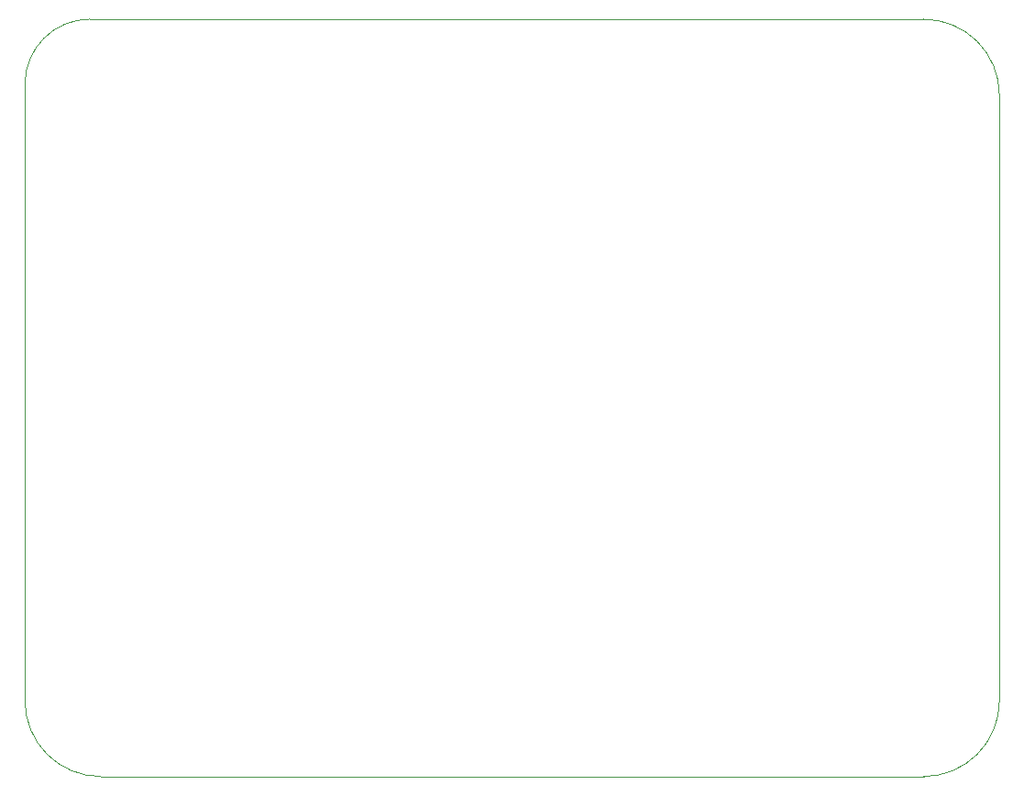
<source format=gbr>
%TF.GenerationSoftware,KiCad,Pcbnew,(7.0.0)*%
%TF.CreationDate,2023-10-26T11:16:44+02:00*%
%TF.ProjectId,Kyttiludzinator,4b797474-696c-4756-947a-696e61746f72,rev?*%
%TF.SameCoordinates,Original*%
%TF.FileFunction,Profile,NP*%
%FSLAX46Y46*%
G04 Gerber Fmt 4.6, Leading zero omitted, Abs format (unit mm)*
G04 Created by KiCad (PCBNEW (7.0.0)) date 2023-10-26 11:16:44*
%MOMM*%
%LPD*%
G01*
G04 APERTURE LIST*
%TA.AperFunction,Profile*%
%ADD10C,0.100000*%
%TD*%
G04 APERTURE END LIST*
D10*
X133000000Y-38000000D02*
G75*
G03*
X127000000Y-44000000I0J-6000000D01*
G01*
X217000000Y-45000000D02*
X217000000Y-101000000D01*
X127000000Y-48000000D02*
X127000000Y-44000000D01*
X210000000Y-108000000D02*
G75*
G03*
X217000000Y-101000000I0J7000000D01*
G01*
X134000000Y-108000000D02*
X210000000Y-108000000D01*
X127000000Y-48000000D02*
X127000000Y-101000000D01*
X127000000Y-101000000D02*
G75*
G03*
X134000000Y-108000000I7000000J0D01*
G01*
X217000000Y-45000000D02*
G75*
G03*
X210000000Y-38000000I-7000000J0D01*
G01*
X203000000Y-38000000D02*
X210000000Y-38000000D01*
X133000000Y-38000000D02*
X136000000Y-38000000D01*
X136000000Y-38000000D02*
X203000000Y-38000000D01*
M02*

</source>
